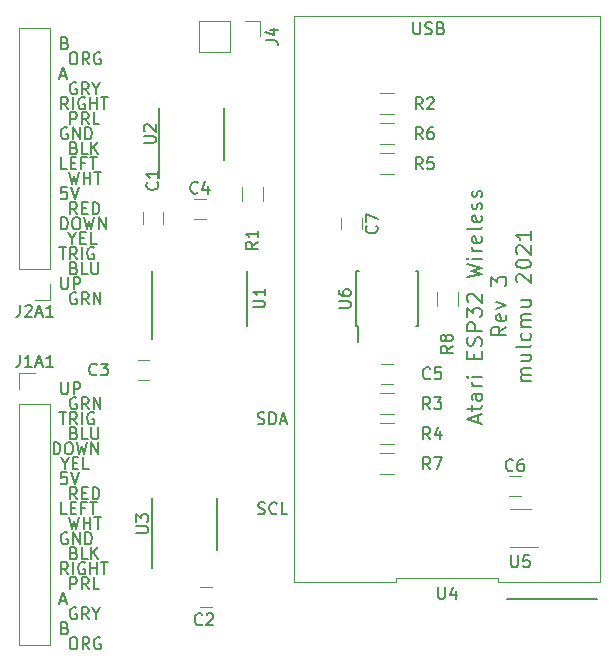
<source format=gbr>
%TF.GenerationSoftware,KiCad,Pcbnew,(5.1.9)-1*%
%TF.CreationDate,2021-06-26T09:10:02-04:00*%
%TF.ProjectId,AtariWiiWifi,41746172-6957-4696-9957-6966692e6b69,rev?*%
%TF.SameCoordinates,Original*%
%TF.FileFunction,Legend,Top*%
%TF.FilePolarity,Positive*%
%FSLAX46Y46*%
G04 Gerber Fmt 4.6, Leading zero omitted, Abs format (unit mm)*
G04 Created by KiCad (PCBNEW (5.1.9)-1) date 2021-06-26 09:10:02*
%MOMM*%
%LPD*%
G01*
G04 APERTURE LIST*
%ADD10C,0.150000*%
%ADD11C,0.177800*%
%ADD12C,0.120000*%
G04 APERTURE END LIST*
D10*
X159700595Y-69302380D02*
X159700595Y-70111904D01*
X159748214Y-70207142D01*
X159795833Y-70254761D01*
X159891071Y-70302380D01*
X160081547Y-70302380D01*
X160176785Y-70254761D01*
X160224404Y-70207142D01*
X160272023Y-70111904D01*
X160272023Y-69302380D01*
X160700595Y-70254761D02*
X160843452Y-70302380D01*
X161081547Y-70302380D01*
X161176785Y-70254761D01*
X161224404Y-70207142D01*
X161272023Y-70111904D01*
X161272023Y-70016666D01*
X161224404Y-69921428D01*
X161176785Y-69873809D01*
X161081547Y-69826190D01*
X160891071Y-69778571D01*
X160795833Y-69730952D01*
X160748214Y-69683333D01*
X160700595Y-69588095D01*
X160700595Y-69492857D01*
X160748214Y-69397619D01*
X160795833Y-69350000D01*
X160891071Y-69302380D01*
X161129166Y-69302380D01*
X161272023Y-69350000D01*
X162033928Y-69778571D02*
X162176785Y-69826190D01*
X162224404Y-69873809D01*
X162272023Y-69969047D01*
X162272023Y-70111904D01*
X162224404Y-70207142D01*
X162176785Y-70254761D01*
X162081547Y-70302380D01*
X161700595Y-70302380D01*
X161700595Y-69302380D01*
X162033928Y-69302380D01*
X162129166Y-69350000D01*
X162176785Y-69397619D01*
X162224404Y-69492857D01*
X162224404Y-69588095D01*
X162176785Y-69683333D01*
X162129166Y-69730952D01*
X162033928Y-69778571D01*
X161700595Y-69778571D01*
X146508452Y-103274761D02*
X146651309Y-103322380D01*
X146889404Y-103322380D01*
X146984642Y-103274761D01*
X147032261Y-103227142D01*
X147079880Y-103131904D01*
X147079880Y-103036666D01*
X147032261Y-102941428D01*
X146984642Y-102893809D01*
X146889404Y-102846190D01*
X146698928Y-102798571D01*
X146603690Y-102750952D01*
X146556071Y-102703333D01*
X146508452Y-102608095D01*
X146508452Y-102512857D01*
X146556071Y-102417619D01*
X146603690Y-102370000D01*
X146698928Y-102322380D01*
X146937023Y-102322380D01*
X147079880Y-102370000D01*
X147508452Y-103322380D02*
X147508452Y-102322380D01*
X147746547Y-102322380D01*
X147889404Y-102370000D01*
X147984642Y-102465238D01*
X148032261Y-102560476D01*
X148079880Y-102750952D01*
X148079880Y-102893809D01*
X148032261Y-103084285D01*
X147984642Y-103179523D01*
X147889404Y-103274761D01*
X147746547Y-103322380D01*
X147508452Y-103322380D01*
X148460833Y-103036666D02*
X148937023Y-103036666D01*
X148365595Y-103322380D02*
X148698928Y-102322380D01*
X149032261Y-103322380D01*
X146556071Y-110894761D02*
X146698928Y-110942380D01*
X146937023Y-110942380D01*
X147032261Y-110894761D01*
X147079880Y-110847142D01*
X147127500Y-110751904D01*
X147127500Y-110656666D01*
X147079880Y-110561428D01*
X147032261Y-110513809D01*
X146937023Y-110466190D01*
X146746547Y-110418571D01*
X146651309Y-110370952D01*
X146603690Y-110323333D01*
X146556071Y-110228095D01*
X146556071Y-110132857D01*
X146603690Y-110037619D01*
X146651309Y-109990000D01*
X146746547Y-109942380D01*
X146984642Y-109942380D01*
X147127500Y-109990000D01*
X148127500Y-110847142D02*
X148079880Y-110894761D01*
X147937023Y-110942380D01*
X147841785Y-110942380D01*
X147698928Y-110894761D01*
X147603690Y-110799523D01*
X147556071Y-110704285D01*
X147508452Y-110513809D01*
X147508452Y-110370952D01*
X147556071Y-110180476D01*
X147603690Y-110085238D01*
X147698928Y-109990000D01*
X147841785Y-109942380D01*
X147937023Y-109942380D01*
X148079880Y-109990000D01*
X148127500Y-110037619D01*
X149032261Y-110942380D02*
X148556071Y-110942380D01*
X148556071Y-109942380D01*
X131161309Y-118880000D02*
X131066071Y-118832380D01*
X130923214Y-118832380D01*
X130780357Y-118880000D01*
X130685119Y-118975238D01*
X130637500Y-119070476D01*
X130589880Y-119260952D01*
X130589880Y-119403809D01*
X130637500Y-119594285D01*
X130685119Y-119689523D01*
X130780357Y-119784761D01*
X130923214Y-119832380D01*
X131018452Y-119832380D01*
X131161309Y-119784761D01*
X131208928Y-119737142D01*
X131208928Y-119403809D01*
X131018452Y-119403809D01*
X132208928Y-119832380D02*
X131875595Y-119356190D01*
X131637500Y-119832380D02*
X131637500Y-118832380D01*
X132018452Y-118832380D01*
X132113690Y-118880000D01*
X132161309Y-118927619D01*
X132208928Y-119022857D01*
X132208928Y-119165714D01*
X132161309Y-119260952D01*
X132113690Y-119308571D01*
X132018452Y-119356190D01*
X131637500Y-119356190D01*
X132827976Y-119356190D02*
X132827976Y-119832380D01*
X132494642Y-118832380D02*
X132827976Y-119356190D01*
X133161309Y-118832380D01*
X130637500Y-117292380D02*
X130637500Y-116292380D01*
X131018452Y-116292380D01*
X131113690Y-116340000D01*
X131161309Y-116387619D01*
X131208928Y-116482857D01*
X131208928Y-116625714D01*
X131161309Y-116720952D01*
X131113690Y-116768571D01*
X131018452Y-116816190D01*
X130637500Y-116816190D01*
X132208928Y-117292380D02*
X131875595Y-116816190D01*
X131637500Y-117292380D02*
X131637500Y-116292380D01*
X132018452Y-116292380D01*
X132113690Y-116340000D01*
X132161309Y-116387619D01*
X132208928Y-116482857D01*
X132208928Y-116625714D01*
X132161309Y-116720952D01*
X132113690Y-116768571D01*
X132018452Y-116816190D01*
X131637500Y-116816190D01*
X133113690Y-117292380D02*
X132637500Y-117292380D01*
X132637500Y-116292380D01*
X131161309Y-101100000D02*
X131066071Y-101052380D01*
X130923214Y-101052380D01*
X130780357Y-101100000D01*
X130685119Y-101195238D01*
X130637500Y-101290476D01*
X130589880Y-101480952D01*
X130589880Y-101623809D01*
X130637500Y-101814285D01*
X130685119Y-101909523D01*
X130780357Y-102004761D01*
X130923214Y-102052380D01*
X131018452Y-102052380D01*
X131161309Y-102004761D01*
X131208928Y-101957142D01*
X131208928Y-101623809D01*
X131018452Y-101623809D01*
X132208928Y-102052380D02*
X131875595Y-101576190D01*
X131637500Y-102052380D02*
X131637500Y-101052380D01*
X132018452Y-101052380D01*
X132113690Y-101100000D01*
X132161309Y-101147619D01*
X132208928Y-101242857D01*
X132208928Y-101385714D01*
X132161309Y-101480952D01*
X132113690Y-101528571D01*
X132018452Y-101576190D01*
X131637500Y-101576190D01*
X132637500Y-102052380D02*
X132637500Y-101052380D01*
X133208928Y-102052380D01*
X133208928Y-101052380D01*
X130208928Y-120578571D02*
X130351785Y-120626190D01*
X130399404Y-120673809D01*
X130447023Y-120769047D01*
X130447023Y-120911904D01*
X130399404Y-121007142D01*
X130351785Y-121054761D01*
X130256547Y-121102380D01*
X129875595Y-121102380D01*
X129875595Y-120102380D01*
X130208928Y-120102380D01*
X130304166Y-120150000D01*
X130351785Y-120197619D01*
X130399404Y-120292857D01*
X130399404Y-120388095D01*
X130351785Y-120483333D01*
X130304166Y-120530952D01*
X130208928Y-120578571D01*
X129875595Y-120578571D01*
X130399404Y-112530000D02*
X130304166Y-112482380D01*
X130161309Y-112482380D01*
X130018452Y-112530000D01*
X129923214Y-112625238D01*
X129875595Y-112720476D01*
X129827976Y-112910952D01*
X129827976Y-113053809D01*
X129875595Y-113244285D01*
X129923214Y-113339523D01*
X130018452Y-113434761D01*
X130161309Y-113482380D01*
X130256547Y-113482380D01*
X130399404Y-113434761D01*
X130447023Y-113387142D01*
X130447023Y-113053809D01*
X130256547Y-113053809D01*
X130875595Y-113482380D02*
X130875595Y-112482380D01*
X131447023Y-113482380D01*
X131447023Y-112482380D01*
X131923214Y-113482380D02*
X131923214Y-112482380D01*
X132161309Y-112482380D01*
X132304166Y-112530000D01*
X132399404Y-112625238D01*
X132447023Y-112720476D01*
X132494642Y-112910952D01*
X132494642Y-113053809D01*
X132447023Y-113244285D01*
X132399404Y-113339523D01*
X132304166Y-113434761D01*
X132161309Y-113482380D01*
X131923214Y-113482380D01*
X129240595Y-105862380D02*
X129240595Y-104862380D01*
X129478690Y-104862380D01*
X129621547Y-104910000D01*
X129716785Y-105005238D01*
X129764404Y-105100476D01*
X129812023Y-105290952D01*
X129812023Y-105433809D01*
X129764404Y-105624285D01*
X129716785Y-105719523D01*
X129621547Y-105814761D01*
X129478690Y-105862380D01*
X129240595Y-105862380D01*
X130431071Y-104862380D02*
X130621547Y-104862380D01*
X130716785Y-104910000D01*
X130812023Y-105005238D01*
X130859642Y-105195714D01*
X130859642Y-105529047D01*
X130812023Y-105719523D01*
X130716785Y-105814761D01*
X130621547Y-105862380D01*
X130431071Y-105862380D01*
X130335833Y-105814761D01*
X130240595Y-105719523D01*
X130192976Y-105529047D01*
X130192976Y-105195714D01*
X130240595Y-105005238D01*
X130335833Y-104910000D01*
X130431071Y-104862380D01*
X131192976Y-104862380D02*
X131431071Y-105862380D01*
X131621547Y-105148095D01*
X131812023Y-105862380D01*
X132050119Y-104862380D01*
X132431071Y-105862380D02*
X132431071Y-104862380D01*
X133002500Y-105862380D01*
X133002500Y-104862380D01*
X130351785Y-107402380D02*
X129875595Y-107402380D01*
X129827976Y-107878571D01*
X129875595Y-107830952D01*
X129970833Y-107783333D01*
X130208928Y-107783333D01*
X130304166Y-107830952D01*
X130351785Y-107878571D01*
X130399404Y-107973809D01*
X130399404Y-108211904D01*
X130351785Y-108307142D01*
X130304166Y-108354761D01*
X130208928Y-108402380D01*
X129970833Y-108402380D01*
X129875595Y-108354761D01*
X129827976Y-108307142D01*
X130685119Y-107402380D02*
X131018452Y-108402380D01*
X131351785Y-107402380D01*
X130351785Y-110942380D02*
X129875595Y-110942380D01*
X129875595Y-109942380D01*
X130685119Y-110418571D02*
X131018452Y-110418571D01*
X131161309Y-110942380D02*
X130685119Y-110942380D01*
X130685119Y-109942380D01*
X131161309Y-109942380D01*
X131923214Y-110418571D02*
X131589880Y-110418571D01*
X131589880Y-110942380D02*
X131589880Y-109942380D01*
X132066071Y-109942380D01*
X132304166Y-109942380D02*
X132875595Y-109942380D01*
X132589880Y-110942380D02*
X132589880Y-109942380D01*
X129827976Y-118276666D02*
X130304166Y-118276666D01*
X129732738Y-118562380D02*
X130066071Y-117562380D01*
X130399404Y-118562380D01*
X130447023Y-116022380D02*
X130113690Y-115546190D01*
X129875595Y-116022380D02*
X129875595Y-115022380D01*
X130256547Y-115022380D01*
X130351785Y-115070000D01*
X130399404Y-115117619D01*
X130447023Y-115212857D01*
X130447023Y-115355714D01*
X130399404Y-115450952D01*
X130351785Y-115498571D01*
X130256547Y-115546190D01*
X129875595Y-115546190D01*
X130875595Y-116022380D02*
X130875595Y-115022380D01*
X131875595Y-115070000D02*
X131780357Y-115022380D01*
X131637500Y-115022380D01*
X131494642Y-115070000D01*
X131399404Y-115165238D01*
X131351785Y-115260476D01*
X131304166Y-115450952D01*
X131304166Y-115593809D01*
X131351785Y-115784285D01*
X131399404Y-115879523D01*
X131494642Y-115974761D01*
X131637500Y-116022380D01*
X131732738Y-116022380D01*
X131875595Y-115974761D01*
X131923214Y-115927142D01*
X131923214Y-115593809D01*
X131732738Y-115593809D01*
X132351785Y-116022380D02*
X132351785Y-115022380D01*
X132351785Y-115498571D02*
X132923214Y-115498571D01*
X132923214Y-116022380D02*
X132923214Y-115022380D01*
X133256547Y-115022380D02*
X133827976Y-115022380D01*
X133542261Y-116022380D02*
X133542261Y-115022380D01*
X129875595Y-99782380D02*
X129875595Y-100591904D01*
X129923214Y-100687142D01*
X129970833Y-100734761D01*
X130066071Y-100782380D01*
X130256547Y-100782380D01*
X130351785Y-100734761D01*
X130399404Y-100687142D01*
X130447023Y-100591904D01*
X130447023Y-99782380D01*
X130923214Y-100782380D02*
X130923214Y-99782380D01*
X131304166Y-99782380D01*
X131399404Y-99830000D01*
X131447023Y-99877619D01*
X131494642Y-99972857D01*
X131494642Y-100115714D01*
X131447023Y-100210952D01*
X131399404Y-100258571D01*
X131304166Y-100306190D01*
X130923214Y-100306190D01*
X129732738Y-102322380D02*
X130304166Y-102322380D01*
X130018452Y-103322380D02*
X130018452Y-102322380D01*
X131208928Y-103322380D02*
X130875595Y-102846190D01*
X130637500Y-103322380D02*
X130637500Y-102322380D01*
X131018452Y-102322380D01*
X131113690Y-102370000D01*
X131161309Y-102417619D01*
X131208928Y-102512857D01*
X131208928Y-102655714D01*
X131161309Y-102750952D01*
X131113690Y-102798571D01*
X131018452Y-102846190D01*
X130637500Y-102846190D01*
X131637500Y-103322380D02*
X131637500Y-102322380D01*
X132637500Y-102370000D02*
X132542261Y-102322380D01*
X132399404Y-102322380D01*
X132256547Y-102370000D01*
X132161309Y-102465238D01*
X132113690Y-102560476D01*
X132066071Y-102750952D01*
X132066071Y-102893809D01*
X132113690Y-103084285D01*
X132161309Y-103179523D01*
X132256547Y-103274761D01*
X132399404Y-103322380D01*
X132494642Y-103322380D01*
X132637500Y-103274761D01*
X132685119Y-103227142D01*
X132685119Y-102893809D01*
X132494642Y-102893809D01*
X130970833Y-104068571D02*
X131113690Y-104116190D01*
X131161309Y-104163809D01*
X131208928Y-104259047D01*
X131208928Y-104401904D01*
X131161309Y-104497142D01*
X131113690Y-104544761D01*
X131018452Y-104592380D01*
X130637500Y-104592380D01*
X130637500Y-103592380D01*
X130970833Y-103592380D01*
X131066071Y-103640000D01*
X131113690Y-103687619D01*
X131161309Y-103782857D01*
X131161309Y-103878095D01*
X131113690Y-103973333D01*
X131066071Y-104020952D01*
X130970833Y-104068571D01*
X130637500Y-104068571D01*
X132113690Y-104592380D02*
X131637500Y-104592380D01*
X131637500Y-103592380D01*
X132447023Y-103592380D02*
X132447023Y-104401904D01*
X132494642Y-104497142D01*
X132542261Y-104544761D01*
X132637500Y-104592380D01*
X132827976Y-104592380D01*
X132923214Y-104544761D01*
X132970833Y-104497142D01*
X133018452Y-104401904D01*
X133018452Y-103592380D01*
X130827976Y-121372380D02*
X131018452Y-121372380D01*
X131113690Y-121420000D01*
X131208928Y-121515238D01*
X131256547Y-121705714D01*
X131256547Y-122039047D01*
X131208928Y-122229523D01*
X131113690Y-122324761D01*
X131018452Y-122372380D01*
X130827976Y-122372380D01*
X130732738Y-122324761D01*
X130637500Y-122229523D01*
X130589880Y-122039047D01*
X130589880Y-121705714D01*
X130637500Y-121515238D01*
X130732738Y-121420000D01*
X130827976Y-121372380D01*
X132256547Y-122372380D02*
X131923214Y-121896190D01*
X131685119Y-122372380D02*
X131685119Y-121372380D01*
X132066071Y-121372380D01*
X132161309Y-121420000D01*
X132208928Y-121467619D01*
X132256547Y-121562857D01*
X132256547Y-121705714D01*
X132208928Y-121800952D01*
X132161309Y-121848571D01*
X132066071Y-121896190D01*
X131685119Y-121896190D01*
X133208928Y-121420000D02*
X133113690Y-121372380D01*
X132970833Y-121372380D01*
X132827976Y-121420000D01*
X132732738Y-121515238D01*
X132685119Y-121610476D01*
X132637500Y-121800952D01*
X132637500Y-121943809D01*
X132685119Y-122134285D01*
X132732738Y-122229523D01*
X132827976Y-122324761D01*
X132970833Y-122372380D01*
X133066071Y-122372380D01*
X133208928Y-122324761D01*
X133256547Y-122277142D01*
X133256547Y-121943809D01*
X133066071Y-121943809D01*
X130542261Y-111212380D02*
X130780357Y-112212380D01*
X130970833Y-111498095D01*
X131161309Y-112212380D01*
X131399404Y-111212380D01*
X131780357Y-112212380D02*
X131780357Y-111212380D01*
X131780357Y-111688571D02*
X132351785Y-111688571D01*
X132351785Y-112212380D02*
X132351785Y-111212380D01*
X132685119Y-111212380D02*
X133256547Y-111212380D01*
X132970833Y-112212380D02*
X132970833Y-111212380D01*
X131208928Y-109672380D02*
X130875595Y-109196190D01*
X130637500Y-109672380D02*
X130637500Y-108672380D01*
X131018452Y-108672380D01*
X131113690Y-108720000D01*
X131161309Y-108767619D01*
X131208928Y-108862857D01*
X131208928Y-109005714D01*
X131161309Y-109100952D01*
X131113690Y-109148571D01*
X131018452Y-109196190D01*
X130637500Y-109196190D01*
X131637500Y-109148571D02*
X131970833Y-109148571D01*
X132113690Y-109672380D02*
X131637500Y-109672380D01*
X131637500Y-108672380D01*
X132113690Y-108672380D01*
X132542261Y-109672380D02*
X132542261Y-108672380D01*
X132780357Y-108672380D01*
X132923214Y-108720000D01*
X133018452Y-108815238D01*
X133066071Y-108910476D01*
X133113690Y-109100952D01*
X133113690Y-109243809D01*
X133066071Y-109434285D01*
X133018452Y-109529523D01*
X132923214Y-109624761D01*
X132780357Y-109672380D01*
X132542261Y-109672380D01*
X130970833Y-114228571D02*
X131113690Y-114276190D01*
X131161309Y-114323809D01*
X131208928Y-114419047D01*
X131208928Y-114561904D01*
X131161309Y-114657142D01*
X131113690Y-114704761D01*
X131018452Y-114752380D01*
X130637500Y-114752380D01*
X130637500Y-113752380D01*
X130970833Y-113752380D01*
X131066071Y-113800000D01*
X131113690Y-113847619D01*
X131161309Y-113942857D01*
X131161309Y-114038095D01*
X131113690Y-114133333D01*
X131066071Y-114180952D01*
X130970833Y-114228571D01*
X130637500Y-114228571D01*
X132113690Y-114752380D02*
X131637500Y-114752380D01*
X131637500Y-113752380D01*
X132447023Y-114752380D02*
X132447023Y-113752380D01*
X133018452Y-114752380D02*
X132589880Y-114180952D01*
X133018452Y-113752380D02*
X132447023Y-114323809D01*
X130192976Y-106656190D02*
X130192976Y-107132380D01*
X129859642Y-106132380D02*
X130192976Y-106656190D01*
X130526309Y-106132380D01*
X130859642Y-106608571D02*
X131192976Y-106608571D01*
X131335833Y-107132380D02*
X130859642Y-107132380D01*
X130859642Y-106132380D01*
X131335833Y-106132380D01*
X132240595Y-107132380D02*
X131764404Y-107132380D01*
X131764404Y-106132380D01*
X131161309Y-74430000D02*
X131066071Y-74382380D01*
X130923214Y-74382380D01*
X130780357Y-74430000D01*
X130685119Y-74525238D01*
X130637500Y-74620476D01*
X130589880Y-74810952D01*
X130589880Y-74953809D01*
X130637500Y-75144285D01*
X130685119Y-75239523D01*
X130780357Y-75334761D01*
X130923214Y-75382380D01*
X131018452Y-75382380D01*
X131161309Y-75334761D01*
X131208928Y-75287142D01*
X131208928Y-74953809D01*
X131018452Y-74953809D01*
X132208928Y-75382380D02*
X131875595Y-74906190D01*
X131637500Y-75382380D02*
X131637500Y-74382380D01*
X132018452Y-74382380D01*
X132113690Y-74430000D01*
X132161309Y-74477619D01*
X132208928Y-74572857D01*
X132208928Y-74715714D01*
X132161309Y-74810952D01*
X132113690Y-74858571D01*
X132018452Y-74906190D01*
X131637500Y-74906190D01*
X132827976Y-74906190D02*
X132827976Y-75382380D01*
X132494642Y-74382380D02*
X132827976Y-74906190D01*
X133161309Y-74382380D01*
X130637500Y-77922380D02*
X130637500Y-76922380D01*
X131018452Y-76922380D01*
X131113690Y-76970000D01*
X131161309Y-77017619D01*
X131208928Y-77112857D01*
X131208928Y-77255714D01*
X131161309Y-77350952D01*
X131113690Y-77398571D01*
X131018452Y-77446190D01*
X130637500Y-77446190D01*
X132208928Y-77922380D02*
X131875595Y-77446190D01*
X131637500Y-77922380D02*
X131637500Y-76922380D01*
X132018452Y-76922380D01*
X132113690Y-76970000D01*
X132161309Y-77017619D01*
X132208928Y-77112857D01*
X132208928Y-77255714D01*
X132161309Y-77350952D01*
X132113690Y-77398571D01*
X132018452Y-77446190D01*
X131637500Y-77446190D01*
X133113690Y-77922380D02*
X132637500Y-77922380D01*
X132637500Y-76922380D01*
X130970833Y-79938571D02*
X131113690Y-79986190D01*
X131161309Y-80033809D01*
X131208928Y-80129047D01*
X131208928Y-80271904D01*
X131161309Y-80367142D01*
X131113690Y-80414761D01*
X131018452Y-80462380D01*
X130637500Y-80462380D01*
X130637500Y-79462380D01*
X130970833Y-79462380D01*
X131066071Y-79510000D01*
X131113690Y-79557619D01*
X131161309Y-79652857D01*
X131161309Y-79748095D01*
X131113690Y-79843333D01*
X131066071Y-79890952D01*
X130970833Y-79938571D01*
X130637500Y-79938571D01*
X132113690Y-80462380D02*
X131637500Y-80462380D01*
X131637500Y-79462380D01*
X132447023Y-80462380D02*
X132447023Y-79462380D01*
X133018452Y-80462380D02*
X132589880Y-79890952D01*
X133018452Y-79462380D02*
X132447023Y-80033809D01*
X130542261Y-82002380D02*
X130780357Y-83002380D01*
X130970833Y-82288095D01*
X131161309Y-83002380D01*
X131399404Y-82002380D01*
X131780357Y-83002380D02*
X131780357Y-82002380D01*
X131780357Y-82478571D02*
X132351785Y-82478571D01*
X132351785Y-83002380D02*
X132351785Y-82002380D01*
X132685119Y-82002380D02*
X133256547Y-82002380D01*
X132970833Y-83002380D02*
X132970833Y-82002380D01*
X131208928Y-85542380D02*
X130875595Y-85066190D01*
X130637500Y-85542380D02*
X130637500Y-84542380D01*
X131018452Y-84542380D01*
X131113690Y-84590000D01*
X131161309Y-84637619D01*
X131208928Y-84732857D01*
X131208928Y-84875714D01*
X131161309Y-84970952D01*
X131113690Y-85018571D01*
X131018452Y-85066190D01*
X130637500Y-85066190D01*
X131637500Y-85018571D02*
X131970833Y-85018571D01*
X132113690Y-85542380D02*
X131637500Y-85542380D01*
X131637500Y-84542380D01*
X132113690Y-84542380D01*
X132542261Y-85542380D02*
X132542261Y-84542380D01*
X132780357Y-84542380D01*
X132923214Y-84590000D01*
X133018452Y-84685238D01*
X133066071Y-84780476D01*
X133113690Y-84970952D01*
X133113690Y-85113809D01*
X133066071Y-85304285D01*
X133018452Y-85399523D01*
X132923214Y-85494761D01*
X132780357Y-85542380D01*
X132542261Y-85542380D01*
X130827976Y-87606190D02*
X130827976Y-88082380D01*
X130494642Y-87082380D02*
X130827976Y-87606190D01*
X131161309Y-87082380D01*
X131494642Y-87558571D02*
X131827976Y-87558571D01*
X131970833Y-88082380D02*
X131494642Y-88082380D01*
X131494642Y-87082380D01*
X131970833Y-87082380D01*
X132875595Y-88082380D02*
X132399404Y-88082380D01*
X132399404Y-87082380D01*
X130970833Y-90098571D02*
X131113690Y-90146190D01*
X131161309Y-90193809D01*
X131208928Y-90289047D01*
X131208928Y-90431904D01*
X131161309Y-90527142D01*
X131113690Y-90574761D01*
X131018452Y-90622380D01*
X130637500Y-90622380D01*
X130637500Y-89622380D01*
X130970833Y-89622380D01*
X131066071Y-89670000D01*
X131113690Y-89717619D01*
X131161309Y-89812857D01*
X131161309Y-89908095D01*
X131113690Y-90003333D01*
X131066071Y-90050952D01*
X130970833Y-90098571D01*
X130637500Y-90098571D01*
X132113690Y-90622380D02*
X131637500Y-90622380D01*
X131637500Y-89622380D01*
X132447023Y-89622380D02*
X132447023Y-90431904D01*
X132494642Y-90527142D01*
X132542261Y-90574761D01*
X132637500Y-90622380D01*
X132827976Y-90622380D01*
X132923214Y-90574761D01*
X132970833Y-90527142D01*
X133018452Y-90431904D01*
X133018452Y-89622380D01*
X130827976Y-71842380D02*
X131018452Y-71842380D01*
X131113690Y-71890000D01*
X131208928Y-71985238D01*
X131256547Y-72175714D01*
X131256547Y-72509047D01*
X131208928Y-72699523D01*
X131113690Y-72794761D01*
X131018452Y-72842380D01*
X130827976Y-72842380D01*
X130732738Y-72794761D01*
X130637500Y-72699523D01*
X130589880Y-72509047D01*
X130589880Y-72175714D01*
X130637500Y-71985238D01*
X130732738Y-71890000D01*
X130827976Y-71842380D01*
X132256547Y-72842380D02*
X131923214Y-72366190D01*
X131685119Y-72842380D02*
X131685119Y-71842380D01*
X132066071Y-71842380D01*
X132161309Y-71890000D01*
X132208928Y-71937619D01*
X132256547Y-72032857D01*
X132256547Y-72175714D01*
X132208928Y-72270952D01*
X132161309Y-72318571D01*
X132066071Y-72366190D01*
X131685119Y-72366190D01*
X133208928Y-71890000D02*
X133113690Y-71842380D01*
X132970833Y-71842380D01*
X132827976Y-71890000D01*
X132732738Y-71985238D01*
X132685119Y-72080476D01*
X132637500Y-72270952D01*
X132637500Y-72413809D01*
X132685119Y-72604285D01*
X132732738Y-72699523D01*
X132827976Y-72794761D01*
X132970833Y-72842380D01*
X133066071Y-72842380D01*
X133208928Y-72794761D01*
X133256547Y-72747142D01*
X133256547Y-72413809D01*
X133066071Y-72413809D01*
X131161309Y-92210000D02*
X131066071Y-92162380D01*
X130923214Y-92162380D01*
X130780357Y-92210000D01*
X130685119Y-92305238D01*
X130637500Y-92400476D01*
X130589880Y-92590952D01*
X130589880Y-92733809D01*
X130637500Y-92924285D01*
X130685119Y-93019523D01*
X130780357Y-93114761D01*
X130923214Y-93162380D01*
X131018452Y-93162380D01*
X131161309Y-93114761D01*
X131208928Y-93067142D01*
X131208928Y-92733809D01*
X131018452Y-92733809D01*
X132208928Y-93162380D02*
X131875595Y-92686190D01*
X131637500Y-93162380D02*
X131637500Y-92162380D01*
X132018452Y-92162380D01*
X132113690Y-92210000D01*
X132161309Y-92257619D01*
X132208928Y-92352857D01*
X132208928Y-92495714D01*
X132161309Y-92590952D01*
X132113690Y-92638571D01*
X132018452Y-92686190D01*
X131637500Y-92686190D01*
X132637500Y-93162380D02*
X132637500Y-92162380D01*
X133208928Y-93162380D01*
X133208928Y-92162380D01*
X129875595Y-90892380D02*
X129875595Y-91701904D01*
X129923214Y-91797142D01*
X129970833Y-91844761D01*
X130066071Y-91892380D01*
X130256547Y-91892380D01*
X130351785Y-91844761D01*
X130399404Y-91797142D01*
X130447023Y-91701904D01*
X130447023Y-90892380D01*
X130923214Y-91892380D02*
X130923214Y-90892380D01*
X131304166Y-90892380D01*
X131399404Y-90940000D01*
X131447023Y-90987619D01*
X131494642Y-91082857D01*
X131494642Y-91225714D01*
X131447023Y-91320952D01*
X131399404Y-91368571D01*
X131304166Y-91416190D01*
X130923214Y-91416190D01*
X129732738Y-88352380D02*
X130304166Y-88352380D01*
X130018452Y-89352380D02*
X130018452Y-88352380D01*
X131208928Y-89352380D02*
X130875595Y-88876190D01*
X130637500Y-89352380D02*
X130637500Y-88352380D01*
X131018452Y-88352380D01*
X131113690Y-88400000D01*
X131161309Y-88447619D01*
X131208928Y-88542857D01*
X131208928Y-88685714D01*
X131161309Y-88780952D01*
X131113690Y-88828571D01*
X131018452Y-88876190D01*
X130637500Y-88876190D01*
X131637500Y-89352380D02*
X131637500Y-88352380D01*
X132637500Y-88400000D02*
X132542261Y-88352380D01*
X132399404Y-88352380D01*
X132256547Y-88400000D01*
X132161309Y-88495238D01*
X132113690Y-88590476D01*
X132066071Y-88780952D01*
X132066071Y-88923809D01*
X132113690Y-89114285D01*
X132161309Y-89209523D01*
X132256547Y-89304761D01*
X132399404Y-89352380D01*
X132494642Y-89352380D01*
X132637500Y-89304761D01*
X132685119Y-89257142D01*
X132685119Y-88923809D01*
X132494642Y-88923809D01*
X129875595Y-86812380D02*
X129875595Y-85812380D01*
X130113690Y-85812380D01*
X130256547Y-85860000D01*
X130351785Y-85955238D01*
X130399404Y-86050476D01*
X130447023Y-86240952D01*
X130447023Y-86383809D01*
X130399404Y-86574285D01*
X130351785Y-86669523D01*
X130256547Y-86764761D01*
X130113690Y-86812380D01*
X129875595Y-86812380D01*
X131066071Y-85812380D02*
X131256547Y-85812380D01*
X131351785Y-85860000D01*
X131447023Y-85955238D01*
X131494642Y-86145714D01*
X131494642Y-86479047D01*
X131447023Y-86669523D01*
X131351785Y-86764761D01*
X131256547Y-86812380D01*
X131066071Y-86812380D01*
X130970833Y-86764761D01*
X130875595Y-86669523D01*
X130827976Y-86479047D01*
X130827976Y-86145714D01*
X130875595Y-85955238D01*
X130970833Y-85860000D01*
X131066071Y-85812380D01*
X131827976Y-85812380D02*
X132066071Y-86812380D01*
X132256547Y-86098095D01*
X132447023Y-86812380D01*
X132685119Y-85812380D01*
X133066071Y-86812380D02*
X133066071Y-85812380D01*
X133637500Y-86812380D01*
X133637500Y-85812380D01*
X130351785Y-83272380D02*
X129875595Y-83272380D01*
X129827976Y-83748571D01*
X129875595Y-83700952D01*
X129970833Y-83653333D01*
X130208928Y-83653333D01*
X130304166Y-83700952D01*
X130351785Y-83748571D01*
X130399404Y-83843809D01*
X130399404Y-84081904D01*
X130351785Y-84177142D01*
X130304166Y-84224761D01*
X130208928Y-84272380D01*
X129970833Y-84272380D01*
X129875595Y-84224761D01*
X129827976Y-84177142D01*
X130685119Y-83272380D02*
X131018452Y-84272380D01*
X131351785Y-83272380D01*
X130351785Y-81732380D02*
X129875595Y-81732380D01*
X129875595Y-80732380D01*
X130685119Y-81208571D02*
X131018452Y-81208571D01*
X131161309Y-81732380D02*
X130685119Y-81732380D01*
X130685119Y-80732380D01*
X131161309Y-80732380D01*
X131923214Y-81208571D02*
X131589880Y-81208571D01*
X131589880Y-81732380D02*
X131589880Y-80732380D01*
X132066071Y-80732380D01*
X132304166Y-80732380D02*
X132875595Y-80732380D01*
X132589880Y-81732380D02*
X132589880Y-80732380D01*
X130399404Y-78240000D02*
X130304166Y-78192380D01*
X130161309Y-78192380D01*
X130018452Y-78240000D01*
X129923214Y-78335238D01*
X129875595Y-78430476D01*
X129827976Y-78620952D01*
X129827976Y-78763809D01*
X129875595Y-78954285D01*
X129923214Y-79049523D01*
X130018452Y-79144761D01*
X130161309Y-79192380D01*
X130256547Y-79192380D01*
X130399404Y-79144761D01*
X130447023Y-79097142D01*
X130447023Y-78763809D01*
X130256547Y-78763809D01*
X130875595Y-79192380D02*
X130875595Y-78192380D01*
X131447023Y-79192380D01*
X131447023Y-78192380D01*
X131923214Y-79192380D02*
X131923214Y-78192380D01*
X132161309Y-78192380D01*
X132304166Y-78240000D01*
X132399404Y-78335238D01*
X132447023Y-78430476D01*
X132494642Y-78620952D01*
X132494642Y-78763809D01*
X132447023Y-78954285D01*
X132399404Y-79049523D01*
X132304166Y-79144761D01*
X132161309Y-79192380D01*
X131923214Y-79192380D01*
X130447023Y-76652380D02*
X130113690Y-76176190D01*
X129875595Y-76652380D02*
X129875595Y-75652380D01*
X130256547Y-75652380D01*
X130351785Y-75700000D01*
X130399404Y-75747619D01*
X130447023Y-75842857D01*
X130447023Y-75985714D01*
X130399404Y-76080952D01*
X130351785Y-76128571D01*
X130256547Y-76176190D01*
X129875595Y-76176190D01*
X130875595Y-76652380D02*
X130875595Y-75652380D01*
X131875595Y-75700000D02*
X131780357Y-75652380D01*
X131637500Y-75652380D01*
X131494642Y-75700000D01*
X131399404Y-75795238D01*
X131351785Y-75890476D01*
X131304166Y-76080952D01*
X131304166Y-76223809D01*
X131351785Y-76414285D01*
X131399404Y-76509523D01*
X131494642Y-76604761D01*
X131637500Y-76652380D01*
X131732738Y-76652380D01*
X131875595Y-76604761D01*
X131923214Y-76557142D01*
X131923214Y-76223809D01*
X131732738Y-76223809D01*
X132351785Y-76652380D02*
X132351785Y-75652380D01*
X132351785Y-76128571D02*
X132923214Y-76128571D01*
X132923214Y-76652380D02*
X132923214Y-75652380D01*
X133256547Y-75652380D02*
X133827976Y-75652380D01*
X133542261Y-76652380D02*
X133542261Y-75652380D01*
X129827976Y-73826666D02*
X130304166Y-73826666D01*
X129732738Y-74112380D02*
X130066071Y-73112380D01*
X130399404Y-74112380D01*
X130208928Y-71048571D02*
X130351785Y-71096190D01*
X130399404Y-71143809D01*
X130447023Y-71239047D01*
X130447023Y-71381904D01*
X130399404Y-71477142D01*
X130351785Y-71524761D01*
X130256547Y-71572380D01*
X129875595Y-71572380D01*
X129875595Y-70572380D01*
X130208928Y-70572380D01*
X130304166Y-70620000D01*
X130351785Y-70667619D01*
X130399404Y-70762857D01*
X130399404Y-70858095D01*
X130351785Y-70953333D01*
X130304166Y-71000952D01*
X130208928Y-71048571D01*
X129875595Y-71048571D01*
D11*
X165133866Y-103142142D02*
X165133866Y-102537380D01*
X165496723Y-103263095D02*
X164226723Y-102839761D01*
X165496723Y-102416428D01*
X164650057Y-102174523D02*
X164650057Y-101690714D01*
X164226723Y-101993095D02*
X165315295Y-101993095D01*
X165436247Y-101932619D01*
X165496723Y-101811666D01*
X165496723Y-101690714D01*
X165496723Y-100723095D02*
X164831485Y-100723095D01*
X164710533Y-100783571D01*
X164650057Y-100904523D01*
X164650057Y-101146428D01*
X164710533Y-101267380D01*
X165436247Y-100723095D02*
X165496723Y-100844047D01*
X165496723Y-101146428D01*
X165436247Y-101267380D01*
X165315295Y-101327857D01*
X165194342Y-101327857D01*
X165073390Y-101267380D01*
X165012914Y-101146428D01*
X165012914Y-100844047D01*
X164952438Y-100723095D01*
X165496723Y-100118333D02*
X164650057Y-100118333D01*
X164891961Y-100118333D02*
X164771009Y-100057857D01*
X164710533Y-99997380D01*
X164650057Y-99876428D01*
X164650057Y-99755476D01*
X165496723Y-99332142D02*
X164650057Y-99332142D01*
X164226723Y-99332142D02*
X164287200Y-99392619D01*
X164347676Y-99332142D01*
X164287200Y-99271666D01*
X164226723Y-99332142D01*
X164347676Y-99332142D01*
X164831485Y-97759761D02*
X164831485Y-97336428D01*
X165496723Y-97155000D02*
X165496723Y-97759761D01*
X164226723Y-97759761D01*
X164226723Y-97155000D01*
X165436247Y-96671190D02*
X165496723Y-96489761D01*
X165496723Y-96187380D01*
X165436247Y-96066428D01*
X165375771Y-96005952D01*
X165254819Y-95945476D01*
X165133866Y-95945476D01*
X165012914Y-96005952D01*
X164952438Y-96066428D01*
X164891961Y-96187380D01*
X164831485Y-96429285D01*
X164771009Y-96550238D01*
X164710533Y-96610714D01*
X164589580Y-96671190D01*
X164468628Y-96671190D01*
X164347676Y-96610714D01*
X164287200Y-96550238D01*
X164226723Y-96429285D01*
X164226723Y-96126904D01*
X164287200Y-95945476D01*
X165496723Y-95401190D02*
X164226723Y-95401190D01*
X164226723Y-94917380D01*
X164287200Y-94796428D01*
X164347676Y-94735952D01*
X164468628Y-94675476D01*
X164650057Y-94675476D01*
X164771009Y-94735952D01*
X164831485Y-94796428D01*
X164891961Y-94917380D01*
X164891961Y-95401190D01*
X164226723Y-94252142D02*
X164226723Y-93465952D01*
X164710533Y-93889285D01*
X164710533Y-93707857D01*
X164771009Y-93586904D01*
X164831485Y-93526428D01*
X164952438Y-93465952D01*
X165254819Y-93465952D01*
X165375771Y-93526428D01*
X165436247Y-93586904D01*
X165496723Y-93707857D01*
X165496723Y-94070714D01*
X165436247Y-94191666D01*
X165375771Y-94252142D01*
X164347676Y-92982142D02*
X164287200Y-92921666D01*
X164226723Y-92800714D01*
X164226723Y-92498333D01*
X164287200Y-92377380D01*
X164347676Y-92316904D01*
X164468628Y-92256428D01*
X164589580Y-92256428D01*
X164771009Y-92316904D01*
X165496723Y-93042619D01*
X165496723Y-92256428D01*
X164226723Y-90865476D02*
X165496723Y-90563095D01*
X164589580Y-90321190D01*
X165496723Y-90079285D01*
X164226723Y-89776904D01*
X165496723Y-89293095D02*
X164650057Y-89293095D01*
X164226723Y-89293095D02*
X164287200Y-89353571D01*
X164347676Y-89293095D01*
X164287200Y-89232619D01*
X164226723Y-89293095D01*
X164347676Y-89293095D01*
X165496723Y-88688333D02*
X164650057Y-88688333D01*
X164891961Y-88688333D02*
X164771009Y-88627857D01*
X164710533Y-88567380D01*
X164650057Y-88446428D01*
X164650057Y-88325476D01*
X165436247Y-87418333D02*
X165496723Y-87539285D01*
X165496723Y-87781190D01*
X165436247Y-87902142D01*
X165315295Y-87962619D01*
X164831485Y-87962619D01*
X164710533Y-87902142D01*
X164650057Y-87781190D01*
X164650057Y-87539285D01*
X164710533Y-87418333D01*
X164831485Y-87357857D01*
X164952438Y-87357857D01*
X165073390Y-87962619D01*
X165496723Y-86632142D02*
X165436247Y-86753095D01*
X165315295Y-86813571D01*
X164226723Y-86813571D01*
X165436247Y-85664523D02*
X165496723Y-85785476D01*
X165496723Y-86027380D01*
X165436247Y-86148333D01*
X165315295Y-86208809D01*
X164831485Y-86208809D01*
X164710533Y-86148333D01*
X164650057Y-86027380D01*
X164650057Y-85785476D01*
X164710533Y-85664523D01*
X164831485Y-85604047D01*
X164952438Y-85604047D01*
X165073390Y-86208809D01*
X165436247Y-85120238D02*
X165496723Y-84999285D01*
X165496723Y-84757380D01*
X165436247Y-84636428D01*
X165315295Y-84575952D01*
X165254819Y-84575952D01*
X165133866Y-84636428D01*
X165073390Y-84757380D01*
X165073390Y-84938809D01*
X165012914Y-85059761D01*
X164891961Y-85120238D01*
X164831485Y-85120238D01*
X164710533Y-85059761D01*
X164650057Y-84938809D01*
X164650057Y-84757380D01*
X164710533Y-84636428D01*
X165436247Y-84092142D02*
X165496723Y-83971190D01*
X165496723Y-83729285D01*
X165436247Y-83608333D01*
X165315295Y-83547857D01*
X165254819Y-83547857D01*
X165133866Y-83608333D01*
X165073390Y-83729285D01*
X165073390Y-83910714D01*
X165012914Y-84031666D01*
X164891961Y-84092142D01*
X164831485Y-84092142D01*
X164710533Y-84031666D01*
X164650057Y-83910714D01*
X164650057Y-83729285D01*
X164710533Y-83608333D01*
X167579523Y-95068571D02*
X166974761Y-95491904D01*
X167579523Y-95794285D02*
X166309523Y-95794285D01*
X166309523Y-95310476D01*
X166370000Y-95189523D01*
X166430476Y-95129047D01*
X166551428Y-95068571D01*
X166732857Y-95068571D01*
X166853809Y-95129047D01*
X166914285Y-95189523D01*
X166974761Y-95310476D01*
X166974761Y-95794285D01*
X167519047Y-94040476D02*
X167579523Y-94161428D01*
X167579523Y-94403333D01*
X167519047Y-94524285D01*
X167398095Y-94584761D01*
X166914285Y-94584761D01*
X166793333Y-94524285D01*
X166732857Y-94403333D01*
X166732857Y-94161428D01*
X166793333Y-94040476D01*
X166914285Y-93980000D01*
X167035238Y-93980000D01*
X167156190Y-94584761D01*
X166732857Y-93556666D02*
X167579523Y-93254285D01*
X166732857Y-92951904D01*
X166309523Y-91621428D02*
X166309523Y-90835238D01*
X166793333Y-91258571D01*
X166793333Y-91077142D01*
X166853809Y-90956190D01*
X166914285Y-90895714D01*
X167035238Y-90835238D01*
X167337619Y-90835238D01*
X167458571Y-90895714D01*
X167519047Y-90956190D01*
X167579523Y-91077142D01*
X167579523Y-91440000D01*
X167519047Y-91560952D01*
X167458571Y-91621428D01*
X169662323Y-99664761D02*
X168815657Y-99664761D01*
X168936609Y-99664761D02*
X168876133Y-99604285D01*
X168815657Y-99483333D01*
X168815657Y-99301904D01*
X168876133Y-99180952D01*
X168997085Y-99120476D01*
X169662323Y-99120476D01*
X168997085Y-99120476D02*
X168876133Y-99060000D01*
X168815657Y-98939047D01*
X168815657Y-98757619D01*
X168876133Y-98636666D01*
X168997085Y-98576190D01*
X169662323Y-98576190D01*
X168815657Y-97427142D02*
X169662323Y-97427142D01*
X168815657Y-97971428D02*
X169480895Y-97971428D01*
X169601847Y-97910952D01*
X169662323Y-97790000D01*
X169662323Y-97608571D01*
X169601847Y-97487619D01*
X169541371Y-97427142D01*
X169662323Y-96640952D02*
X169601847Y-96761904D01*
X169480895Y-96822380D01*
X168392323Y-96822380D01*
X169601847Y-95612857D02*
X169662323Y-95733809D01*
X169662323Y-95975714D01*
X169601847Y-96096666D01*
X169541371Y-96157142D01*
X169420419Y-96217619D01*
X169057561Y-96217619D01*
X168936609Y-96157142D01*
X168876133Y-96096666D01*
X168815657Y-95975714D01*
X168815657Y-95733809D01*
X168876133Y-95612857D01*
X169662323Y-95068571D02*
X168815657Y-95068571D01*
X168936609Y-95068571D02*
X168876133Y-95008095D01*
X168815657Y-94887142D01*
X168815657Y-94705714D01*
X168876133Y-94584761D01*
X168997085Y-94524285D01*
X169662323Y-94524285D01*
X168997085Y-94524285D02*
X168876133Y-94463809D01*
X168815657Y-94342857D01*
X168815657Y-94161428D01*
X168876133Y-94040476D01*
X168997085Y-93980000D01*
X169662323Y-93980000D01*
X168815657Y-92830952D02*
X169662323Y-92830952D01*
X168815657Y-93375238D02*
X169480895Y-93375238D01*
X169601847Y-93314761D01*
X169662323Y-93193809D01*
X169662323Y-93012380D01*
X169601847Y-92891428D01*
X169541371Y-92830952D01*
X168513276Y-91319047D02*
X168452800Y-91258571D01*
X168392323Y-91137619D01*
X168392323Y-90835238D01*
X168452800Y-90714285D01*
X168513276Y-90653809D01*
X168634228Y-90593333D01*
X168755180Y-90593333D01*
X168936609Y-90653809D01*
X169662323Y-91379523D01*
X169662323Y-90593333D01*
X168392323Y-89807142D02*
X168392323Y-89686190D01*
X168452800Y-89565238D01*
X168513276Y-89504761D01*
X168634228Y-89444285D01*
X168876133Y-89383809D01*
X169178514Y-89383809D01*
X169420419Y-89444285D01*
X169541371Y-89504761D01*
X169601847Y-89565238D01*
X169662323Y-89686190D01*
X169662323Y-89807142D01*
X169601847Y-89928095D01*
X169541371Y-89988571D01*
X169420419Y-90049047D01*
X169178514Y-90109523D01*
X168876133Y-90109523D01*
X168634228Y-90049047D01*
X168513276Y-89988571D01*
X168452800Y-89928095D01*
X168392323Y-89807142D01*
X168513276Y-88900000D02*
X168452800Y-88839523D01*
X168392323Y-88718571D01*
X168392323Y-88416190D01*
X168452800Y-88295238D01*
X168513276Y-88234761D01*
X168634228Y-88174285D01*
X168755180Y-88174285D01*
X168936609Y-88234761D01*
X169662323Y-88960476D01*
X169662323Y-88174285D01*
X169662323Y-86964761D02*
X169662323Y-87690476D01*
X169662323Y-87327619D02*
X168392323Y-87327619D01*
X168573752Y-87448571D01*
X168694704Y-87569523D01*
X168755180Y-87690476D01*
D10*
%TO.C,U4*%
X167640000Y-118110000D02*
X175260000Y-118110000D01*
D12*
X166869999Y-116670000D02*
X175489999Y-116670000D01*
X166869999Y-116310000D02*
X166869999Y-116670000D01*
X158250000Y-116310000D02*
X166869999Y-116310000D01*
X158250000Y-116670000D02*
X158250000Y-116310000D01*
X149630000Y-116670000D02*
X158250000Y-116670000D01*
X149630001Y-68750000D02*
X149630000Y-116670000D01*
X175490000Y-68750000D02*
X149630001Y-68750000D01*
X175489999Y-116670000D02*
X175490000Y-68750000D01*
%TO.C,J2A1*%
X128965000Y-92770000D02*
X127635000Y-92770000D01*
X128965000Y-91440000D02*
X128965000Y-92770000D01*
X128965000Y-90170000D02*
X126305000Y-90170000D01*
X126305000Y-90170000D02*
X126305000Y-69790000D01*
X128965000Y-90170000D02*
X128965000Y-69790000D01*
X128965000Y-69790000D02*
X126305000Y-69790000D01*
%TO.C,C1*%
X136792600Y-85377400D02*
X136792600Y-86377400D01*
X138492600Y-86377400D02*
X138492600Y-85377400D01*
%TO.C,J1A1*%
X126305000Y-121980000D02*
X128965000Y-121980000D01*
X126305000Y-101600000D02*
X126305000Y-121980000D01*
X128965000Y-101600000D02*
X128965000Y-121980000D01*
X126305000Y-101600000D02*
X128965000Y-101600000D01*
X126305000Y-100330000D02*
X126305000Y-99000000D01*
X126305000Y-99000000D02*
X127635000Y-99000000D01*
%TO.C,R1*%
X145170000Y-84420000D02*
X145170000Y-83220000D01*
X146930000Y-83220000D02*
X146930000Y-84420000D01*
%TO.C,R2*%
X156880000Y-75320000D02*
X158080000Y-75320000D01*
X158080000Y-77080000D02*
X156880000Y-77080000D01*
%TO.C,R3*%
X158080000Y-102480000D02*
X156880000Y-102480000D01*
X156880000Y-100720000D02*
X158080000Y-100720000D01*
%TO.C,R4*%
X156880000Y-103260000D02*
X158080000Y-103260000D01*
X158080000Y-105020000D02*
X156880000Y-105020000D01*
D10*
%TO.C,U1*%
X137580000Y-90385000D02*
X137605000Y-90385000D01*
X145630000Y-90385000D02*
X145605000Y-90385000D01*
X145630000Y-95035000D02*
X145605000Y-95035000D01*
X137530000Y-96110000D02*
X137530000Y-90385000D01*
X145630000Y-95035000D02*
X145630000Y-90385000D01*
%TO.C,U2*%
X138170000Y-82515000D02*
X138170000Y-76540000D01*
X143695000Y-80940000D02*
X143695000Y-76540000D01*
%TO.C,U3*%
X143060000Y-113960000D02*
X143060000Y-109560000D01*
X137535000Y-115535000D02*
X137535000Y-109560000D01*
D12*
%TO.C,C2*%
X141613000Y-118833000D02*
X142613000Y-118833000D01*
X142613000Y-117133000D02*
X141613000Y-117133000D01*
%TO.C,C3*%
X136355200Y-99579800D02*
X137355200Y-99579800D01*
X137355200Y-97879800D02*
X136355200Y-97879800D01*
%TO.C,C4*%
X141105000Y-85940000D02*
X142105000Y-85940000D01*
X142105000Y-84240000D02*
X141105000Y-84240000D01*
%TO.C,C5*%
X156980000Y-99910000D02*
X157980000Y-99910000D01*
X157980000Y-98210000D02*
X156980000Y-98210000D01*
%TO.C,C6*%
X168795000Y-107735000D02*
X167795000Y-107735000D01*
X167795000Y-109435000D02*
X168795000Y-109435000D01*
%TO.C,J4*%
X141545000Y-69155000D02*
X141545000Y-71815000D01*
X144145000Y-69155000D02*
X141545000Y-69155000D01*
X144145000Y-71815000D02*
X141545000Y-71815000D01*
X144145000Y-69155000D02*
X144145000Y-71815000D01*
X145415000Y-69155000D02*
X146745000Y-69155000D01*
X146745000Y-69155000D02*
X146745000Y-70485000D01*
%TO.C,R5*%
X156880000Y-77860000D02*
X158080000Y-77860000D01*
X158080000Y-79620000D02*
X156880000Y-79620000D01*
%TO.C,R6*%
X156880000Y-80400000D02*
X158080000Y-80400000D01*
X158080000Y-82160000D02*
X156880000Y-82160000D01*
%TO.C,R7*%
X158080000Y-107560000D02*
X156880000Y-107560000D01*
X156880000Y-105800000D02*
X158080000Y-105800000D01*
%TO.C,R8*%
X163440000Y-92110000D02*
X163440000Y-93310000D01*
X161680000Y-93310000D02*
X161680000Y-92110000D01*
%TO.C,U5*%
X169640000Y-110470000D02*
X167840000Y-110470000D01*
X167840000Y-113690000D02*
X170290000Y-113690000D01*
D10*
%TO.C,U6*%
X154855000Y-95035000D02*
X154980000Y-95035000D01*
X154855000Y-90385000D02*
X155080000Y-90385000D01*
X160105000Y-90385000D02*
X159880000Y-90385000D01*
X160105000Y-95035000D02*
X159880000Y-95035000D01*
X154855000Y-95035000D02*
X154855000Y-90385000D01*
X160105000Y-95035000D02*
X160105000Y-90385000D01*
X154980000Y-95035000D02*
X154980000Y-96385000D01*
D12*
%TO.C,C7*%
X153607400Y-85834600D02*
X153607400Y-86834600D01*
X155307400Y-86834600D02*
X155307400Y-85834600D01*
%TO.C,U4*%
D10*
X161798095Y-117122380D02*
X161798095Y-117931904D01*
X161845714Y-118027142D01*
X161893333Y-118074761D01*
X161988571Y-118122380D01*
X162179047Y-118122380D01*
X162274285Y-118074761D01*
X162321904Y-118027142D01*
X162369523Y-117931904D01*
X162369523Y-117122380D01*
X163274285Y-117455714D02*
X163274285Y-118122380D01*
X163036190Y-117074761D02*
X162798095Y-117789047D01*
X163417142Y-117789047D01*
%TO.C,J2A1*%
X126396904Y-93222380D02*
X126396904Y-93936666D01*
X126349285Y-94079523D01*
X126254047Y-94174761D01*
X126111190Y-94222380D01*
X126015952Y-94222380D01*
X126825476Y-93317619D02*
X126873095Y-93270000D01*
X126968333Y-93222380D01*
X127206428Y-93222380D01*
X127301666Y-93270000D01*
X127349285Y-93317619D01*
X127396904Y-93412857D01*
X127396904Y-93508095D01*
X127349285Y-93650952D01*
X126777857Y-94222380D01*
X127396904Y-94222380D01*
X127777857Y-93936666D02*
X128254047Y-93936666D01*
X127682619Y-94222380D02*
X128015952Y-93222380D01*
X128349285Y-94222380D01*
X129206428Y-94222380D02*
X128635000Y-94222380D01*
X128920714Y-94222380D02*
X128920714Y-93222380D01*
X128825476Y-93365238D01*
X128730238Y-93460476D01*
X128635000Y-93508095D01*
%TO.C,C1*%
X137999742Y-82843666D02*
X138047361Y-82891285D01*
X138094980Y-83034142D01*
X138094980Y-83129380D01*
X138047361Y-83272238D01*
X137952123Y-83367476D01*
X137856885Y-83415095D01*
X137666409Y-83462714D01*
X137523552Y-83462714D01*
X137333076Y-83415095D01*
X137237838Y-83367476D01*
X137142600Y-83272238D01*
X137094980Y-83129380D01*
X137094980Y-83034142D01*
X137142600Y-82891285D01*
X137190219Y-82843666D01*
X138094980Y-81891285D02*
X138094980Y-82462714D01*
X138094980Y-82177000D02*
X137094980Y-82177000D01*
X137237838Y-82272238D01*
X137333076Y-82367476D01*
X137380695Y-82462714D01*
%TO.C,J1A1*%
X126396904Y-97452380D02*
X126396904Y-98166666D01*
X126349285Y-98309523D01*
X126254047Y-98404761D01*
X126111190Y-98452380D01*
X126015952Y-98452380D01*
X127396904Y-98452380D02*
X126825476Y-98452380D01*
X127111190Y-98452380D02*
X127111190Y-97452380D01*
X127015952Y-97595238D01*
X126920714Y-97690476D01*
X126825476Y-97738095D01*
X127777857Y-98166666D02*
X128254047Y-98166666D01*
X127682619Y-98452380D02*
X128015952Y-97452380D01*
X128349285Y-98452380D01*
X129206428Y-98452380D02*
X128635000Y-98452380D01*
X128920714Y-98452380D02*
X128920714Y-97452380D01*
X128825476Y-97595238D01*
X128730238Y-97690476D01*
X128635000Y-97738095D01*
%TO.C,R1*%
X146502380Y-87876666D02*
X146026190Y-88210000D01*
X146502380Y-88448095D02*
X145502380Y-88448095D01*
X145502380Y-88067142D01*
X145550000Y-87971904D01*
X145597619Y-87924285D01*
X145692857Y-87876666D01*
X145835714Y-87876666D01*
X145930952Y-87924285D01*
X145978571Y-87971904D01*
X146026190Y-88067142D01*
X146026190Y-88448095D01*
X146502380Y-86924285D02*
X146502380Y-87495714D01*
X146502380Y-87210000D02*
X145502380Y-87210000D01*
X145645238Y-87305238D01*
X145740476Y-87400476D01*
X145788095Y-87495714D01*
%TO.C,R2*%
X160488333Y-76652380D02*
X160155000Y-76176190D01*
X159916904Y-76652380D02*
X159916904Y-75652380D01*
X160297857Y-75652380D01*
X160393095Y-75700000D01*
X160440714Y-75747619D01*
X160488333Y-75842857D01*
X160488333Y-75985714D01*
X160440714Y-76080952D01*
X160393095Y-76128571D01*
X160297857Y-76176190D01*
X159916904Y-76176190D01*
X160869285Y-75747619D02*
X160916904Y-75700000D01*
X161012142Y-75652380D01*
X161250238Y-75652380D01*
X161345476Y-75700000D01*
X161393095Y-75747619D01*
X161440714Y-75842857D01*
X161440714Y-75938095D01*
X161393095Y-76080952D01*
X160821666Y-76652380D01*
X161440714Y-76652380D01*
%TO.C,R3*%
X161123333Y-102052380D02*
X160790000Y-101576190D01*
X160551904Y-102052380D02*
X160551904Y-101052380D01*
X160932857Y-101052380D01*
X161028095Y-101100000D01*
X161075714Y-101147619D01*
X161123333Y-101242857D01*
X161123333Y-101385714D01*
X161075714Y-101480952D01*
X161028095Y-101528571D01*
X160932857Y-101576190D01*
X160551904Y-101576190D01*
X161456666Y-101052380D02*
X162075714Y-101052380D01*
X161742380Y-101433333D01*
X161885238Y-101433333D01*
X161980476Y-101480952D01*
X162028095Y-101528571D01*
X162075714Y-101623809D01*
X162075714Y-101861904D01*
X162028095Y-101957142D01*
X161980476Y-102004761D01*
X161885238Y-102052380D01*
X161599523Y-102052380D01*
X161504285Y-102004761D01*
X161456666Y-101957142D01*
%TO.C,R4*%
X161123333Y-104592380D02*
X160790000Y-104116190D01*
X160551904Y-104592380D02*
X160551904Y-103592380D01*
X160932857Y-103592380D01*
X161028095Y-103640000D01*
X161075714Y-103687619D01*
X161123333Y-103782857D01*
X161123333Y-103925714D01*
X161075714Y-104020952D01*
X161028095Y-104068571D01*
X160932857Y-104116190D01*
X160551904Y-104116190D01*
X161980476Y-103925714D02*
X161980476Y-104592380D01*
X161742380Y-103544761D02*
X161504285Y-104259047D01*
X162123333Y-104259047D01*
%TO.C,U1*%
X146137380Y-93421104D02*
X146946904Y-93421104D01*
X147042142Y-93373485D01*
X147089761Y-93325866D01*
X147137380Y-93230628D01*
X147137380Y-93040152D01*
X147089761Y-92944914D01*
X147042142Y-92897295D01*
X146946904Y-92849676D01*
X146137380Y-92849676D01*
X147137380Y-91849676D02*
X147137380Y-92421104D01*
X147137380Y-92135390D02*
X146137380Y-92135390D01*
X146280238Y-92230628D01*
X146375476Y-92325866D01*
X146423095Y-92421104D01*
%TO.C,U2*%
X136872380Y-79501904D02*
X137681904Y-79501904D01*
X137777142Y-79454285D01*
X137824761Y-79406666D01*
X137872380Y-79311428D01*
X137872380Y-79120952D01*
X137824761Y-79025714D01*
X137777142Y-78978095D01*
X137681904Y-78930476D01*
X136872380Y-78930476D01*
X136967619Y-78501904D02*
X136920000Y-78454285D01*
X136872380Y-78359047D01*
X136872380Y-78120952D01*
X136920000Y-78025714D01*
X136967619Y-77978095D01*
X137062857Y-77930476D01*
X137158095Y-77930476D01*
X137300952Y-77978095D01*
X137872380Y-78549523D01*
X137872380Y-77930476D01*
%TO.C,U3*%
X136237380Y-112521904D02*
X137046904Y-112521904D01*
X137142142Y-112474285D01*
X137189761Y-112426666D01*
X137237380Y-112331428D01*
X137237380Y-112140952D01*
X137189761Y-112045714D01*
X137142142Y-111998095D01*
X137046904Y-111950476D01*
X136237380Y-111950476D01*
X136237380Y-111569523D02*
X136237380Y-110950476D01*
X136618333Y-111283809D01*
X136618333Y-111140952D01*
X136665952Y-111045714D01*
X136713571Y-110998095D01*
X136808809Y-110950476D01*
X137046904Y-110950476D01*
X137142142Y-110998095D01*
X137189761Y-111045714D01*
X137237380Y-111140952D01*
X137237380Y-111426666D01*
X137189761Y-111521904D01*
X137142142Y-111569523D01*
%TO.C,C2*%
X141819333Y-120245142D02*
X141771714Y-120292761D01*
X141628857Y-120340380D01*
X141533619Y-120340380D01*
X141390761Y-120292761D01*
X141295523Y-120197523D01*
X141247904Y-120102285D01*
X141200285Y-119911809D01*
X141200285Y-119768952D01*
X141247904Y-119578476D01*
X141295523Y-119483238D01*
X141390761Y-119388000D01*
X141533619Y-119340380D01*
X141628857Y-119340380D01*
X141771714Y-119388000D01*
X141819333Y-119435619D01*
X142200285Y-119435619D02*
X142247904Y-119388000D01*
X142343142Y-119340380D01*
X142581238Y-119340380D01*
X142676476Y-119388000D01*
X142724095Y-119435619D01*
X142771714Y-119530857D01*
X142771714Y-119626095D01*
X142724095Y-119768952D01*
X142152666Y-120340380D01*
X142771714Y-120340380D01*
%TO.C,C3*%
X132878533Y-99086942D02*
X132830914Y-99134561D01*
X132688057Y-99182180D01*
X132592819Y-99182180D01*
X132449961Y-99134561D01*
X132354723Y-99039323D01*
X132307104Y-98944085D01*
X132259485Y-98753609D01*
X132259485Y-98610752D01*
X132307104Y-98420276D01*
X132354723Y-98325038D01*
X132449961Y-98229800D01*
X132592819Y-98182180D01*
X132688057Y-98182180D01*
X132830914Y-98229800D01*
X132878533Y-98277419D01*
X133211866Y-98182180D02*
X133830914Y-98182180D01*
X133497580Y-98563133D01*
X133640438Y-98563133D01*
X133735676Y-98610752D01*
X133783295Y-98658371D01*
X133830914Y-98753609D01*
X133830914Y-98991704D01*
X133783295Y-99086942D01*
X133735676Y-99134561D01*
X133640438Y-99182180D01*
X133354723Y-99182180D01*
X133259485Y-99134561D01*
X133211866Y-99086942D01*
%TO.C,C4*%
X141438333Y-83697142D02*
X141390714Y-83744761D01*
X141247857Y-83792380D01*
X141152619Y-83792380D01*
X141009761Y-83744761D01*
X140914523Y-83649523D01*
X140866904Y-83554285D01*
X140819285Y-83363809D01*
X140819285Y-83220952D01*
X140866904Y-83030476D01*
X140914523Y-82935238D01*
X141009761Y-82840000D01*
X141152619Y-82792380D01*
X141247857Y-82792380D01*
X141390714Y-82840000D01*
X141438333Y-82887619D01*
X142295476Y-83125714D02*
X142295476Y-83792380D01*
X142057380Y-82744761D02*
X141819285Y-83459047D01*
X142438333Y-83459047D01*
%TO.C,C5*%
X161123333Y-99417142D02*
X161075714Y-99464761D01*
X160932857Y-99512380D01*
X160837619Y-99512380D01*
X160694761Y-99464761D01*
X160599523Y-99369523D01*
X160551904Y-99274285D01*
X160504285Y-99083809D01*
X160504285Y-98940952D01*
X160551904Y-98750476D01*
X160599523Y-98655238D01*
X160694761Y-98560000D01*
X160837619Y-98512380D01*
X160932857Y-98512380D01*
X161075714Y-98560000D01*
X161123333Y-98607619D01*
X162028095Y-98512380D02*
X161551904Y-98512380D01*
X161504285Y-98988571D01*
X161551904Y-98940952D01*
X161647142Y-98893333D01*
X161885238Y-98893333D01*
X161980476Y-98940952D01*
X162028095Y-98988571D01*
X162075714Y-99083809D01*
X162075714Y-99321904D01*
X162028095Y-99417142D01*
X161980476Y-99464761D01*
X161885238Y-99512380D01*
X161647142Y-99512380D01*
X161551904Y-99464761D01*
X161504285Y-99417142D01*
%TO.C,C6*%
X168128333Y-107192142D02*
X168080714Y-107239761D01*
X167937857Y-107287380D01*
X167842619Y-107287380D01*
X167699761Y-107239761D01*
X167604523Y-107144523D01*
X167556904Y-107049285D01*
X167509285Y-106858809D01*
X167509285Y-106715952D01*
X167556904Y-106525476D01*
X167604523Y-106430238D01*
X167699761Y-106335000D01*
X167842619Y-106287380D01*
X167937857Y-106287380D01*
X168080714Y-106335000D01*
X168128333Y-106382619D01*
X168985476Y-106287380D02*
X168795000Y-106287380D01*
X168699761Y-106335000D01*
X168652142Y-106382619D01*
X168556904Y-106525476D01*
X168509285Y-106715952D01*
X168509285Y-107096904D01*
X168556904Y-107192142D01*
X168604523Y-107239761D01*
X168699761Y-107287380D01*
X168890238Y-107287380D01*
X168985476Y-107239761D01*
X169033095Y-107192142D01*
X169080714Y-107096904D01*
X169080714Y-106858809D01*
X169033095Y-106763571D01*
X168985476Y-106715952D01*
X168890238Y-106668333D01*
X168699761Y-106668333D01*
X168604523Y-106715952D01*
X168556904Y-106763571D01*
X168509285Y-106858809D01*
%TO.C,J4*%
X147197380Y-70818333D02*
X147911666Y-70818333D01*
X148054523Y-70865952D01*
X148149761Y-70961190D01*
X148197380Y-71104047D01*
X148197380Y-71199285D01*
X147530714Y-69913571D02*
X148197380Y-69913571D01*
X147149761Y-70151666D02*
X147864047Y-70389761D01*
X147864047Y-69770714D01*
%TO.C,R5*%
X160488333Y-81732380D02*
X160155000Y-81256190D01*
X159916904Y-81732380D02*
X159916904Y-80732380D01*
X160297857Y-80732380D01*
X160393095Y-80780000D01*
X160440714Y-80827619D01*
X160488333Y-80922857D01*
X160488333Y-81065714D01*
X160440714Y-81160952D01*
X160393095Y-81208571D01*
X160297857Y-81256190D01*
X159916904Y-81256190D01*
X161393095Y-80732380D02*
X160916904Y-80732380D01*
X160869285Y-81208571D01*
X160916904Y-81160952D01*
X161012142Y-81113333D01*
X161250238Y-81113333D01*
X161345476Y-81160952D01*
X161393095Y-81208571D01*
X161440714Y-81303809D01*
X161440714Y-81541904D01*
X161393095Y-81637142D01*
X161345476Y-81684761D01*
X161250238Y-81732380D01*
X161012142Y-81732380D01*
X160916904Y-81684761D01*
X160869285Y-81637142D01*
%TO.C,R6*%
X160488333Y-79192380D02*
X160155000Y-78716190D01*
X159916904Y-79192380D02*
X159916904Y-78192380D01*
X160297857Y-78192380D01*
X160393095Y-78240000D01*
X160440714Y-78287619D01*
X160488333Y-78382857D01*
X160488333Y-78525714D01*
X160440714Y-78620952D01*
X160393095Y-78668571D01*
X160297857Y-78716190D01*
X159916904Y-78716190D01*
X161345476Y-78192380D02*
X161155000Y-78192380D01*
X161059761Y-78240000D01*
X161012142Y-78287619D01*
X160916904Y-78430476D01*
X160869285Y-78620952D01*
X160869285Y-79001904D01*
X160916904Y-79097142D01*
X160964523Y-79144761D01*
X161059761Y-79192380D01*
X161250238Y-79192380D01*
X161345476Y-79144761D01*
X161393095Y-79097142D01*
X161440714Y-79001904D01*
X161440714Y-78763809D01*
X161393095Y-78668571D01*
X161345476Y-78620952D01*
X161250238Y-78573333D01*
X161059761Y-78573333D01*
X160964523Y-78620952D01*
X160916904Y-78668571D01*
X160869285Y-78763809D01*
%TO.C,R7*%
X161123333Y-107132380D02*
X160790000Y-106656190D01*
X160551904Y-107132380D02*
X160551904Y-106132380D01*
X160932857Y-106132380D01*
X161028095Y-106180000D01*
X161075714Y-106227619D01*
X161123333Y-106322857D01*
X161123333Y-106465714D01*
X161075714Y-106560952D01*
X161028095Y-106608571D01*
X160932857Y-106656190D01*
X160551904Y-106656190D01*
X161456666Y-106132380D02*
X162123333Y-106132380D01*
X161694761Y-107132380D01*
%TO.C,R8*%
X163012380Y-96686666D02*
X162536190Y-97020000D01*
X163012380Y-97258095D02*
X162012380Y-97258095D01*
X162012380Y-96877142D01*
X162060000Y-96781904D01*
X162107619Y-96734285D01*
X162202857Y-96686666D01*
X162345714Y-96686666D01*
X162440952Y-96734285D01*
X162488571Y-96781904D01*
X162536190Y-96877142D01*
X162536190Y-97258095D01*
X162440952Y-96115238D02*
X162393333Y-96210476D01*
X162345714Y-96258095D01*
X162250476Y-96305714D01*
X162202857Y-96305714D01*
X162107619Y-96258095D01*
X162060000Y-96210476D01*
X162012380Y-96115238D01*
X162012380Y-95924761D01*
X162060000Y-95829523D01*
X162107619Y-95781904D01*
X162202857Y-95734285D01*
X162250476Y-95734285D01*
X162345714Y-95781904D01*
X162393333Y-95829523D01*
X162440952Y-95924761D01*
X162440952Y-96115238D01*
X162488571Y-96210476D01*
X162536190Y-96258095D01*
X162631428Y-96305714D01*
X162821904Y-96305714D01*
X162917142Y-96258095D01*
X162964761Y-96210476D01*
X163012380Y-96115238D01*
X163012380Y-95924761D01*
X162964761Y-95829523D01*
X162917142Y-95781904D01*
X162821904Y-95734285D01*
X162631428Y-95734285D01*
X162536190Y-95781904D01*
X162488571Y-95829523D01*
X162440952Y-95924761D01*
%TO.C,U5*%
X167978095Y-114432380D02*
X167978095Y-115241904D01*
X168025714Y-115337142D01*
X168073333Y-115384761D01*
X168168571Y-115432380D01*
X168359047Y-115432380D01*
X168454285Y-115384761D01*
X168501904Y-115337142D01*
X168549523Y-115241904D01*
X168549523Y-114432380D01*
X169501904Y-114432380D02*
X169025714Y-114432380D01*
X168978095Y-114908571D01*
X169025714Y-114860952D01*
X169120952Y-114813333D01*
X169359047Y-114813333D01*
X169454285Y-114860952D01*
X169501904Y-114908571D01*
X169549523Y-115003809D01*
X169549523Y-115241904D01*
X169501904Y-115337142D01*
X169454285Y-115384761D01*
X169359047Y-115432380D01*
X169120952Y-115432380D01*
X169025714Y-115384761D01*
X168978095Y-115337142D01*
%TO.C,U6*%
X153382380Y-93471904D02*
X154191904Y-93471904D01*
X154287142Y-93424285D01*
X154334761Y-93376666D01*
X154382380Y-93281428D01*
X154382380Y-93090952D01*
X154334761Y-92995714D01*
X154287142Y-92948095D01*
X154191904Y-92900476D01*
X153382380Y-92900476D01*
X153382380Y-91995714D02*
X153382380Y-92186190D01*
X153430000Y-92281428D01*
X153477619Y-92329047D01*
X153620476Y-92424285D01*
X153810952Y-92471904D01*
X154191904Y-92471904D01*
X154287142Y-92424285D01*
X154334761Y-92376666D01*
X154382380Y-92281428D01*
X154382380Y-92090952D01*
X154334761Y-91995714D01*
X154287142Y-91948095D01*
X154191904Y-91900476D01*
X153953809Y-91900476D01*
X153858571Y-91948095D01*
X153810952Y-91995714D01*
X153763333Y-92090952D01*
X153763333Y-92281428D01*
X153810952Y-92376666D01*
X153858571Y-92424285D01*
X153953809Y-92471904D01*
%TO.C,C7*%
X156567142Y-86526666D02*
X156614761Y-86574285D01*
X156662380Y-86717142D01*
X156662380Y-86812380D01*
X156614761Y-86955238D01*
X156519523Y-87050476D01*
X156424285Y-87098095D01*
X156233809Y-87145714D01*
X156090952Y-87145714D01*
X155900476Y-87098095D01*
X155805238Y-87050476D01*
X155710000Y-86955238D01*
X155662380Y-86812380D01*
X155662380Y-86717142D01*
X155710000Y-86574285D01*
X155757619Y-86526666D01*
X155662380Y-86193333D02*
X155662380Y-85526666D01*
X156662380Y-85955238D01*
%TD*%
M02*

</source>
